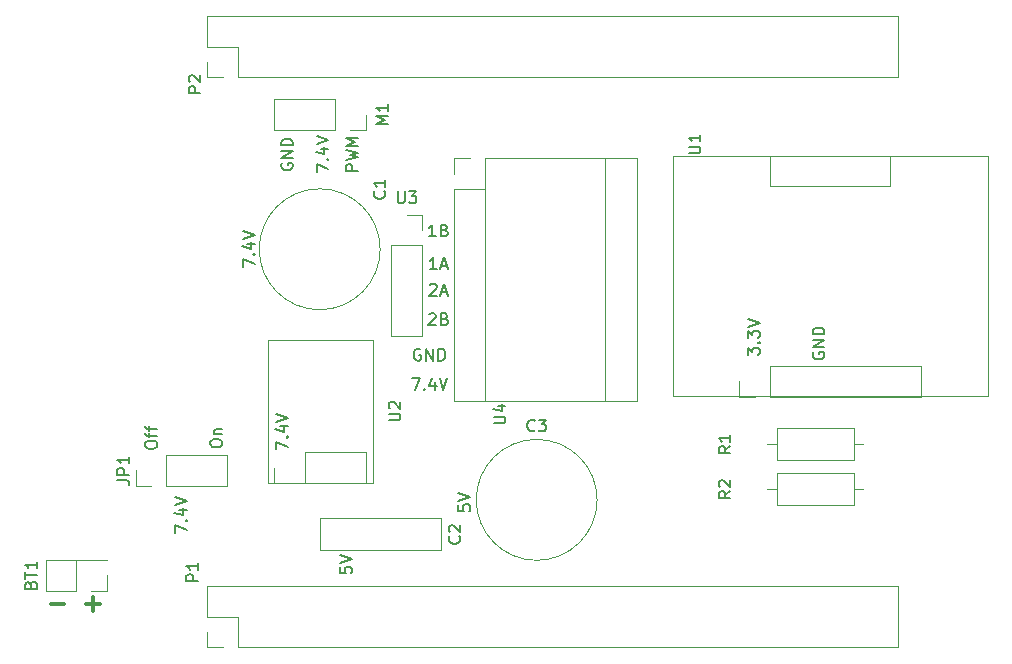
<source format=gto>
%TF.GenerationSoftware,KiCad,Pcbnew,(6.0.9)*%
%TF.CreationDate,2023-01-03T12:12:29-05:00*%
%TF.ProjectId,cape,63617065-2e6b-4696-9361-645f70636258,1.4*%
%TF.SameCoordinates,Original*%
%TF.FileFunction,Legend,Top*%
%TF.FilePolarity,Positive*%
%FSLAX46Y46*%
G04 Gerber Fmt 4.6, Leading zero omitted, Abs format (unit mm)*
G04 Created by KiCad (PCBNEW (6.0.9)) date 2023-01-03 12:12:29*
%MOMM*%
%LPD*%
G01*
G04 APERTURE LIST*
%ADD10C,0.200000*%
%ADD11C,0.300000*%
%ADD12C,0.150000*%
%ADD13C,0.120000*%
%ADD14C,0.100000*%
%ADD15R,1.700000X1.700000*%
%ADD16O,1.700000X1.700000*%
%ADD17C,1.700000*%
%ADD18C,3.200000*%
%ADD19C,1.600000*%
%ADD20O,1.600000X1.600000*%
%ADD21R,1.600000X1.600000*%
G04 APERTURE END LIST*
D10*
X94927142Y-55002380D02*
X94355714Y-55002380D01*
X94641428Y-55002380D02*
X94641428Y-54002380D01*
X94546190Y-54145238D01*
X94450952Y-54240476D01*
X94355714Y-54288095D01*
X95308095Y-54716666D02*
X95784285Y-54716666D01*
X95212857Y-55002380D02*
X95546190Y-54002380D01*
X95879523Y-55002380D01*
X121272380Y-62276190D02*
X121272380Y-61657142D01*
X121653333Y-61990476D01*
X121653333Y-61847619D01*
X121700952Y-61752380D01*
X121748571Y-61704761D01*
X121843809Y-61657142D01*
X122081904Y-61657142D01*
X122177142Y-61704761D01*
X122224761Y-61752380D01*
X122272380Y-61847619D01*
X122272380Y-62133333D01*
X122224761Y-62228571D01*
X122177142Y-62276190D01*
X122177142Y-61228571D02*
X122224761Y-61180952D01*
X122272380Y-61228571D01*
X122224761Y-61276190D01*
X122177142Y-61228571D01*
X122272380Y-61228571D01*
X121272380Y-60847619D02*
X121272380Y-60228571D01*
X121653333Y-60561904D01*
X121653333Y-60419047D01*
X121700952Y-60323809D01*
X121748571Y-60276190D01*
X121843809Y-60228571D01*
X122081904Y-60228571D01*
X122177142Y-60276190D01*
X122224761Y-60323809D01*
X122272380Y-60419047D01*
X122272380Y-60704761D01*
X122224761Y-60800000D01*
X122177142Y-60847619D01*
X121272380Y-59942857D02*
X122272380Y-59609523D01*
X121272380Y-59276190D01*
X78522380Y-54808690D02*
X78522380Y-54142023D01*
X79522380Y-54570595D01*
X79427142Y-53761071D02*
X79474761Y-53713452D01*
X79522380Y-53761071D01*
X79474761Y-53808690D01*
X79427142Y-53761071D01*
X79522380Y-53761071D01*
X78855714Y-52856309D02*
X79522380Y-52856309D01*
X78474761Y-53094404D02*
X79189047Y-53332500D01*
X79189047Y-52713452D01*
X78522380Y-52475357D02*
X79522380Y-52142023D01*
X78522380Y-51808690D01*
X75772380Y-69847619D02*
X75772380Y-69657142D01*
X75820000Y-69561904D01*
X75915238Y-69466666D01*
X76105714Y-69419047D01*
X76439047Y-69419047D01*
X76629523Y-69466666D01*
X76724761Y-69561904D01*
X76772380Y-69657142D01*
X76772380Y-69847619D01*
X76724761Y-69942857D01*
X76629523Y-70038095D01*
X76439047Y-70085714D01*
X76105714Y-70085714D01*
X75915238Y-70038095D01*
X75820000Y-69942857D01*
X75772380Y-69847619D01*
X76105714Y-68990476D02*
X76772380Y-68990476D01*
X76200952Y-68990476D02*
X76153333Y-68942857D01*
X76105714Y-68847619D01*
X76105714Y-68704761D01*
X76153333Y-68609523D01*
X76248571Y-68561904D01*
X76772380Y-68561904D01*
X86772380Y-80240476D02*
X86772380Y-80716666D01*
X87248571Y-80764285D01*
X87200952Y-80716666D01*
X87153333Y-80621428D01*
X87153333Y-80383333D01*
X87200952Y-80288095D01*
X87248571Y-80240476D01*
X87343809Y-80192857D01*
X87581904Y-80192857D01*
X87677142Y-80240476D01*
X87724761Y-80288095D01*
X87772380Y-80383333D01*
X87772380Y-80621428D01*
X87724761Y-80716666D01*
X87677142Y-80764285D01*
X86772380Y-79907142D02*
X87772380Y-79573809D01*
X86772380Y-79240476D01*
X94355714Y-56347619D02*
X94403333Y-56300000D01*
X94498571Y-56252380D01*
X94736666Y-56252380D01*
X94831904Y-56300000D01*
X94879523Y-56347619D01*
X94927142Y-56442857D01*
X94927142Y-56538095D01*
X94879523Y-56680952D01*
X94308095Y-57252380D01*
X94927142Y-57252380D01*
X95308095Y-56966666D02*
X95784285Y-56966666D01*
X95212857Y-57252380D02*
X95546190Y-56252380D01*
X95879523Y-57252380D01*
X84772380Y-46776190D02*
X84772380Y-46109523D01*
X85772380Y-46538095D01*
X85677142Y-45728571D02*
X85724761Y-45680952D01*
X85772380Y-45728571D01*
X85724761Y-45776190D01*
X85677142Y-45728571D01*
X85772380Y-45728571D01*
X85105714Y-44823809D02*
X85772380Y-44823809D01*
X84724761Y-45061904D02*
X85439047Y-45300000D01*
X85439047Y-44680952D01*
X84772380Y-44442857D02*
X85772380Y-44109523D01*
X84772380Y-43776190D01*
X72782380Y-77346190D02*
X72782380Y-76679523D01*
X73782380Y-77108095D01*
X73687142Y-76298571D02*
X73734761Y-76250952D01*
X73782380Y-76298571D01*
X73734761Y-76346190D01*
X73687142Y-76298571D01*
X73782380Y-76298571D01*
X73115714Y-75393809D02*
X73782380Y-75393809D01*
X72734761Y-75631904D02*
X73449047Y-75870000D01*
X73449047Y-75250952D01*
X72782380Y-75012857D02*
X73782380Y-74679523D01*
X72782380Y-74346190D01*
X81820000Y-46061904D02*
X81772380Y-46157142D01*
X81772380Y-46300000D01*
X81820000Y-46442857D01*
X81915238Y-46538095D01*
X82010476Y-46585714D01*
X82200952Y-46633333D01*
X82343809Y-46633333D01*
X82534285Y-46585714D01*
X82629523Y-46538095D01*
X82724761Y-46442857D01*
X82772380Y-46300000D01*
X82772380Y-46204761D01*
X82724761Y-46061904D01*
X82677142Y-46014285D01*
X82343809Y-46014285D01*
X82343809Y-46204761D01*
X82772380Y-45585714D02*
X81772380Y-45585714D01*
X82772380Y-45014285D01*
X81772380Y-45014285D01*
X82772380Y-44538095D02*
X81772380Y-44538095D01*
X81772380Y-44300000D01*
X81820000Y-44157142D01*
X81915238Y-44061904D01*
X82010476Y-44014285D01*
X82200952Y-43966666D01*
X82343809Y-43966666D01*
X82534285Y-44014285D01*
X82629523Y-44061904D01*
X82724761Y-44157142D01*
X82772380Y-44300000D01*
X82772380Y-44538095D01*
X126820000Y-62061904D02*
X126772380Y-62157142D01*
X126772380Y-62300000D01*
X126820000Y-62442857D01*
X126915238Y-62538095D01*
X127010476Y-62585714D01*
X127200952Y-62633333D01*
X127343809Y-62633333D01*
X127534285Y-62585714D01*
X127629523Y-62538095D01*
X127724761Y-62442857D01*
X127772380Y-62300000D01*
X127772380Y-62204761D01*
X127724761Y-62061904D01*
X127677142Y-62014285D01*
X127343809Y-62014285D01*
X127343809Y-62204761D01*
X127772380Y-61585714D02*
X126772380Y-61585714D01*
X127772380Y-61014285D01*
X126772380Y-61014285D01*
X127772380Y-60538095D02*
X126772380Y-60538095D01*
X126772380Y-60300000D01*
X126820000Y-60157142D01*
X126915238Y-60061904D01*
X127010476Y-60014285D01*
X127200952Y-59966666D01*
X127343809Y-59966666D01*
X127534285Y-60014285D01*
X127629523Y-60061904D01*
X127724761Y-60157142D01*
X127772380Y-60300000D01*
X127772380Y-60538095D01*
X92843809Y-64252380D02*
X93510476Y-64252380D01*
X93081904Y-65252380D01*
X93891428Y-65157142D02*
X93939047Y-65204761D01*
X93891428Y-65252380D01*
X93843809Y-65204761D01*
X93891428Y-65157142D01*
X93891428Y-65252380D01*
X94796190Y-64585714D02*
X94796190Y-65252380D01*
X94558095Y-64204761D02*
X94320000Y-64919047D01*
X94939047Y-64919047D01*
X95177142Y-64252380D02*
X95510476Y-65252380D01*
X95843809Y-64252380D01*
X94284285Y-58847619D02*
X94331904Y-58800000D01*
X94427142Y-58752380D01*
X94665238Y-58752380D01*
X94760476Y-58800000D01*
X94808095Y-58847619D01*
X94855714Y-58942857D01*
X94855714Y-59038095D01*
X94808095Y-59180952D01*
X94236666Y-59752380D01*
X94855714Y-59752380D01*
X95617619Y-59228571D02*
X95760476Y-59276190D01*
X95808095Y-59323809D01*
X95855714Y-59419047D01*
X95855714Y-59561904D01*
X95808095Y-59657142D01*
X95760476Y-59704761D01*
X95665238Y-59752380D01*
X95284285Y-59752380D01*
X95284285Y-58752380D01*
X95617619Y-58752380D01*
X95712857Y-58800000D01*
X95760476Y-58847619D01*
X95808095Y-58942857D01*
X95808095Y-59038095D01*
X95760476Y-59133333D01*
X95712857Y-59180952D01*
X95617619Y-59228571D01*
X95284285Y-59228571D01*
X88272380Y-46704761D02*
X87272380Y-46704761D01*
X87272380Y-46323809D01*
X87320000Y-46228571D01*
X87367619Y-46180952D01*
X87462857Y-46133333D01*
X87605714Y-46133333D01*
X87700952Y-46180952D01*
X87748571Y-46228571D01*
X87796190Y-46323809D01*
X87796190Y-46704761D01*
X87272380Y-45800000D02*
X88272380Y-45561904D01*
X87558095Y-45371428D01*
X88272380Y-45180952D01*
X87272380Y-44942857D01*
X88272380Y-44561904D02*
X87272380Y-44561904D01*
X87986666Y-44228571D01*
X87272380Y-43895238D01*
X88272380Y-43895238D01*
X96772380Y-74990476D02*
X96772380Y-75466666D01*
X97248571Y-75514285D01*
X97200952Y-75466666D01*
X97153333Y-75371428D01*
X97153333Y-75133333D01*
X97200952Y-75038095D01*
X97248571Y-74990476D01*
X97343809Y-74942857D01*
X97581904Y-74942857D01*
X97677142Y-74990476D01*
X97724761Y-75038095D01*
X97772380Y-75133333D01*
X97772380Y-75371428D01*
X97724761Y-75466666D01*
X97677142Y-75514285D01*
X96772380Y-74657142D02*
X97772380Y-74323809D01*
X96772380Y-73990476D01*
X93558095Y-61800000D02*
X93462857Y-61752380D01*
X93320000Y-61752380D01*
X93177142Y-61800000D01*
X93081904Y-61895238D01*
X93034285Y-61990476D01*
X92986666Y-62180952D01*
X92986666Y-62323809D01*
X93034285Y-62514285D01*
X93081904Y-62609523D01*
X93177142Y-62704761D01*
X93320000Y-62752380D01*
X93415238Y-62752380D01*
X93558095Y-62704761D01*
X93605714Y-62657142D01*
X93605714Y-62323809D01*
X93415238Y-62323809D01*
X94034285Y-62752380D02*
X94034285Y-61752380D01*
X94605714Y-62752380D01*
X94605714Y-61752380D01*
X95081904Y-62752380D02*
X95081904Y-61752380D01*
X95320000Y-61752380D01*
X95462857Y-61800000D01*
X95558095Y-61895238D01*
X95605714Y-61990476D01*
X95653333Y-62180952D01*
X95653333Y-62323809D01*
X95605714Y-62514285D01*
X95558095Y-62609523D01*
X95462857Y-62704761D01*
X95320000Y-62752380D01*
X95081904Y-62752380D01*
X70272380Y-69966666D02*
X70272380Y-69776190D01*
X70320000Y-69680952D01*
X70415238Y-69585714D01*
X70605714Y-69538095D01*
X70939047Y-69538095D01*
X71129523Y-69585714D01*
X71224761Y-69680952D01*
X71272380Y-69776190D01*
X71272380Y-69966666D01*
X71224761Y-70061904D01*
X71129523Y-70157142D01*
X70939047Y-70204761D01*
X70605714Y-70204761D01*
X70415238Y-70157142D01*
X70320000Y-70061904D01*
X70272380Y-69966666D01*
X70605714Y-69252380D02*
X70605714Y-68871428D01*
X71272380Y-69109523D02*
X70415238Y-69109523D01*
X70320000Y-69061904D01*
X70272380Y-68966666D01*
X70272380Y-68871428D01*
X70605714Y-68680952D02*
X70605714Y-68300000D01*
X71272380Y-68538095D02*
X70415238Y-68538095D01*
X70320000Y-68490476D01*
X70272380Y-68395238D01*
X70272380Y-68300000D01*
X94855714Y-52252380D02*
X94284285Y-52252380D01*
X94570000Y-52252380D02*
X94570000Y-51252380D01*
X94474761Y-51395238D01*
X94379523Y-51490476D01*
X94284285Y-51538095D01*
X95617619Y-51728571D02*
X95760476Y-51776190D01*
X95808095Y-51823809D01*
X95855714Y-51919047D01*
X95855714Y-52061904D01*
X95808095Y-52157142D01*
X95760476Y-52204761D01*
X95665238Y-52252380D01*
X95284285Y-52252380D01*
X95284285Y-51252380D01*
X95617619Y-51252380D01*
X95712857Y-51300000D01*
X95760476Y-51347619D01*
X95808095Y-51442857D01*
X95808095Y-51538095D01*
X95760476Y-51633333D01*
X95712857Y-51680952D01*
X95617619Y-51728571D01*
X95284285Y-51728571D01*
X81319880Y-70276190D02*
X81319880Y-69609523D01*
X82319880Y-70038095D01*
X82224642Y-69228571D02*
X82272261Y-69180952D01*
X82319880Y-69228571D01*
X82272261Y-69276190D01*
X82224642Y-69228571D01*
X82319880Y-69228571D01*
X81653214Y-68323809D02*
X82319880Y-68323809D01*
X81272261Y-68561904D02*
X81986547Y-68800000D01*
X81986547Y-68180952D01*
X81319880Y-67942857D02*
X82319880Y-67609523D01*
X81319880Y-67276190D01*
D11*
X66391428Y-83382857D02*
X65248571Y-83382857D01*
X65820000Y-82811428D02*
X65820000Y-83954285D01*
X63391428Y-83382857D02*
X62248571Y-83382857D01*
D12*
X116274880Y-45204404D02*
X117084404Y-45204404D01*
X117179642Y-45156785D01*
X117227261Y-45109166D01*
X117274880Y-45013928D01*
X117274880Y-44823452D01*
X117227261Y-44728214D01*
X117179642Y-44680595D01*
X117084404Y-44632976D01*
X116274880Y-44632976D01*
X117274880Y-43632976D02*
X117274880Y-44204404D01*
X117274880Y-43918690D02*
X116274880Y-43918690D01*
X116417738Y-44013928D01*
X116512976Y-44109166D01*
X116560595Y-44204404D01*
X74939880Y-40100595D02*
X73939880Y-40100595D01*
X73939880Y-39719642D01*
X73987500Y-39624404D01*
X74035119Y-39576785D01*
X74130357Y-39529166D01*
X74273214Y-39529166D01*
X74368452Y-39576785D01*
X74416071Y-39624404D01*
X74463690Y-39719642D01*
X74463690Y-40100595D01*
X74035119Y-39148214D02*
X73987500Y-39100595D01*
X73939880Y-39005357D01*
X73939880Y-38767261D01*
X73987500Y-38672023D01*
X74035119Y-38624404D01*
X74130357Y-38576785D01*
X74225595Y-38576785D01*
X74368452Y-38624404D01*
X74939880Y-39195833D01*
X74939880Y-38576785D01*
X74755280Y-81400995D02*
X73755280Y-81400995D01*
X73755280Y-81020042D01*
X73802900Y-80924804D01*
X73850519Y-80877185D01*
X73945757Y-80829566D01*
X74088614Y-80829566D01*
X74183852Y-80877185D01*
X74231471Y-80924804D01*
X74279090Y-81020042D01*
X74279090Y-81400995D01*
X74755280Y-79877185D02*
X74755280Y-80448614D01*
X74755280Y-80162900D02*
X73755280Y-80162900D01*
X73898138Y-80258138D01*
X73993376Y-80353376D01*
X74040995Y-80448614D01*
X119814880Y-70009166D02*
X119338690Y-70342500D01*
X119814880Y-70580595D02*
X118814880Y-70580595D01*
X118814880Y-70199642D01*
X118862500Y-70104404D01*
X118910119Y-70056785D01*
X119005357Y-70009166D01*
X119148214Y-70009166D01*
X119243452Y-70056785D01*
X119291071Y-70104404D01*
X119338690Y-70199642D01*
X119338690Y-70580595D01*
X119814880Y-69056785D02*
X119814880Y-69628214D01*
X119814880Y-69342500D02*
X118814880Y-69342500D01*
X118957738Y-69437738D01*
X119052976Y-69532976D01*
X119100595Y-69628214D01*
X99764880Y-68064404D02*
X100574404Y-68064404D01*
X100669642Y-68016785D01*
X100717261Y-67969166D01*
X100764880Y-67873928D01*
X100764880Y-67683452D01*
X100717261Y-67588214D01*
X100669642Y-67540595D01*
X100574404Y-67492976D01*
X99764880Y-67492976D01*
X100098214Y-66588214D02*
X100764880Y-66588214D01*
X99717261Y-66826309D02*
X100431547Y-67064404D01*
X100431547Y-66445357D01*
X96859642Y-77629166D02*
X96907261Y-77676785D01*
X96954880Y-77819642D01*
X96954880Y-77914880D01*
X96907261Y-78057738D01*
X96812023Y-78152976D01*
X96716785Y-78200595D01*
X96526309Y-78248214D01*
X96383452Y-78248214D01*
X96192976Y-78200595D01*
X96097738Y-78152976D01*
X96002500Y-78057738D01*
X95954880Y-77914880D01*
X95954880Y-77819642D01*
X96002500Y-77676785D01*
X96050119Y-77629166D01*
X96050119Y-77248214D02*
X96002500Y-77200595D01*
X95954880Y-77105357D01*
X95954880Y-76867261D01*
X96002500Y-76772023D01*
X96050119Y-76724404D01*
X96145357Y-76676785D01*
X96240595Y-76676785D01*
X96383452Y-76724404D01*
X96954880Y-77295833D01*
X96954880Y-76676785D01*
X103236933Y-68656342D02*
X103189314Y-68703961D01*
X103046457Y-68751580D01*
X102951219Y-68751580D01*
X102808361Y-68703961D01*
X102713123Y-68608723D01*
X102665504Y-68513485D01*
X102617885Y-68323009D01*
X102617885Y-68180152D01*
X102665504Y-67989676D01*
X102713123Y-67894438D01*
X102808361Y-67799200D01*
X102951219Y-67751580D01*
X103046457Y-67751580D01*
X103189314Y-67799200D01*
X103236933Y-67846819D01*
X103570266Y-67751580D02*
X104189314Y-67751580D01*
X103855980Y-68132533D01*
X103998838Y-68132533D01*
X104094076Y-68180152D01*
X104141695Y-68227771D01*
X104189314Y-68323009D01*
X104189314Y-68561104D01*
X104141695Y-68656342D01*
X104094076Y-68703961D01*
X103998838Y-68751580D01*
X103713123Y-68751580D01*
X103617885Y-68703961D01*
X103570266Y-68656342D01*
X67912380Y-72893333D02*
X68626666Y-72893333D01*
X68769523Y-72940952D01*
X68864761Y-73036190D01*
X68912380Y-73179047D01*
X68912380Y-73274285D01*
X68912380Y-72417142D02*
X67912380Y-72417142D01*
X67912380Y-72036190D01*
X67960000Y-71940952D01*
X68007619Y-71893333D01*
X68102857Y-71845714D01*
X68245714Y-71845714D01*
X68340952Y-71893333D01*
X68388571Y-71940952D01*
X68436190Y-72036190D01*
X68436190Y-72417142D01*
X68912380Y-70893333D02*
X68912380Y-71464761D01*
X68912380Y-71179047D02*
X67912380Y-71179047D01*
X68055238Y-71274285D01*
X68150476Y-71369523D01*
X68198095Y-71464761D01*
X90509642Y-48419166D02*
X90557261Y-48466785D01*
X90604880Y-48609642D01*
X90604880Y-48704880D01*
X90557261Y-48847738D01*
X90462023Y-48942976D01*
X90366785Y-48990595D01*
X90176309Y-49038214D01*
X90033452Y-49038214D01*
X89842976Y-48990595D01*
X89747738Y-48942976D01*
X89652500Y-48847738D01*
X89604880Y-48704880D01*
X89604880Y-48609642D01*
X89652500Y-48466785D01*
X89700119Y-48419166D01*
X90604880Y-47466785D02*
X90604880Y-48038214D01*
X90604880Y-47752500D02*
X89604880Y-47752500D01*
X89747738Y-47847738D01*
X89842976Y-47942976D01*
X89890595Y-48038214D01*
X90874880Y-67811904D02*
X91684404Y-67811904D01*
X91779642Y-67764285D01*
X91827261Y-67716666D01*
X91874880Y-67621428D01*
X91874880Y-67430952D01*
X91827261Y-67335714D01*
X91779642Y-67288095D01*
X91684404Y-67240476D01*
X90874880Y-67240476D01*
X90970119Y-66811904D02*
X90922500Y-66764285D01*
X90874880Y-66669047D01*
X90874880Y-66430952D01*
X90922500Y-66335714D01*
X90970119Y-66288095D01*
X91065357Y-66240476D01*
X91160595Y-66240476D01*
X91303452Y-66288095D01*
X91874880Y-66859523D01*
X91874880Y-66240476D01*
X91643095Y-48422380D02*
X91643095Y-49231904D01*
X91690714Y-49327142D01*
X91738333Y-49374761D01*
X91833571Y-49422380D01*
X92024047Y-49422380D01*
X92119285Y-49374761D01*
X92166904Y-49327142D01*
X92214523Y-49231904D01*
X92214523Y-48422380D01*
X92595476Y-48422380D02*
X93214523Y-48422380D01*
X92881190Y-48803333D01*
X93024047Y-48803333D01*
X93119285Y-48850952D01*
X93166904Y-48898571D01*
X93214523Y-48993809D01*
X93214523Y-49231904D01*
X93166904Y-49327142D01*
X93119285Y-49374761D01*
X93024047Y-49422380D01*
X92738333Y-49422380D01*
X92643095Y-49374761D01*
X92595476Y-49327142D01*
X119814880Y-73819166D02*
X119338690Y-74152500D01*
X119814880Y-74390595D02*
X118814880Y-74390595D01*
X118814880Y-74009642D01*
X118862500Y-73914404D01*
X118910119Y-73866785D01*
X119005357Y-73819166D01*
X119148214Y-73819166D01*
X119243452Y-73866785D01*
X119291071Y-73914404D01*
X119338690Y-74009642D01*
X119338690Y-74390595D01*
X118910119Y-73438214D02*
X118862500Y-73390595D01*
X118814880Y-73295357D01*
X118814880Y-73057261D01*
X118862500Y-72962023D01*
X118910119Y-72914404D01*
X119005357Y-72866785D01*
X119100595Y-72866785D01*
X119243452Y-72914404D01*
X119814880Y-73485833D01*
X119814880Y-72866785D01*
X60558571Y-81735714D02*
X60606190Y-81592857D01*
X60653809Y-81545238D01*
X60749047Y-81497619D01*
X60891904Y-81497619D01*
X60987142Y-81545238D01*
X61034761Y-81592857D01*
X61082380Y-81688095D01*
X61082380Y-82069047D01*
X60082380Y-82069047D01*
X60082380Y-81735714D01*
X60130000Y-81640476D01*
X60177619Y-81592857D01*
X60272857Y-81545238D01*
X60368095Y-81545238D01*
X60463333Y-81592857D01*
X60510952Y-81640476D01*
X60558571Y-81735714D01*
X60558571Y-82069047D01*
X60082380Y-81211904D02*
X60082380Y-80640476D01*
X61082380Y-80926190D02*
X60082380Y-80926190D01*
X61082380Y-79783333D02*
X61082380Y-80354761D01*
X61082380Y-80069047D02*
X60082380Y-80069047D01*
X60225238Y-80164285D01*
X60320476Y-80259523D01*
X60368095Y-80354761D01*
X90819880Y-42737023D02*
X89819880Y-42737023D01*
X90534166Y-42403690D01*
X89819880Y-42070357D01*
X90819880Y-42070357D01*
X90819880Y-41070357D02*
X90819880Y-41641785D01*
X90819880Y-41356071D02*
X89819880Y-41356071D01*
X89962738Y-41451309D01*
X90057976Y-41546547D01*
X90105595Y-41641785D01*
D13*
X123172500Y-65845000D02*
X135932500Y-65845000D01*
X121902500Y-65845000D02*
X120572500Y-65845000D01*
X120572500Y-65845000D02*
X120572500Y-64515000D01*
X123172500Y-65845000D02*
X123172500Y-63185000D01*
X135932500Y-65845000D02*
X135932500Y-63185000D01*
X123172500Y-63185000D02*
X135932500Y-63185000D01*
D14*
X114917500Y-65785000D02*
X141587500Y-65785000D01*
X141587500Y-65785000D02*
X141587500Y-45465000D01*
X141587500Y-45465000D02*
X114917500Y-45465000D01*
X114917500Y-45465000D02*
X114917500Y-65785000D01*
D13*
X123172500Y-48005000D02*
X133332500Y-48005000D01*
X133332500Y-48005000D02*
X133332500Y-45465000D01*
X133332500Y-45465000D02*
X123172500Y-45465000D01*
X123172500Y-45465000D02*
X123172500Y-48005000D01*
X76817500Y-38787500D02*
X75487500Y-38787500D01*
X75487500Y-36187500D02*
X75487500Y-33587500D01*
X75487500Y-38787500D02*
X75487500Y-37457500D01*
X75487500Y-33587500D02*
X134027500Y-33587500D01*
X134027500Y-38787500D02*
X134027500Y-33587500D01*
X78087500Y-36187500D02*
X75487500Y-36187500D01*
X78087500Y-38787500D02*
X78087500Y-36187500D01*
X78087500Y-38787500D02*
X134027500Y-38787500D01*
X134027500Y-87047500D02*
X134027500Y-81847500D01*
X75487500Y-87047500D02*
X75487500Y-85717500D01*
X75487500Y-84447500D02*
X75487500Y-81847500D01*
X75487500Y-81847500D02*
X134027500Y-81847500D01*
X78087500Y-87047500D02*
X78087500Y-84447500D01*
X78087500Y-84447500D02*
X75487500Y-84447500D01*
X78087500Y-87047500D02*
X134027500Y-87047500D01*
X76817500Y-87047500D02*
X75487500Y-87047500D01*
X123712500Y-68472500D02*
X123712500Y-71212500D01*
X123712500Y-71212500D02*
X130252500Y-71212500D01*
X130252500Y-71212500D02*
X130252500Y-68472500D01*
X122942500Y-69842500D02*
X123712500Y-69842500D01*
X131022500Y-69842500D02*
X130252500Y-69842500D01*
X130252500Y-68472500D02*
X123712500Y-68472500D01*
X97782500Y-45582500D02*
X96382500Y-45582500D01*
X99052500Y-45582500D02*
X99052500Y-48252500D01*
X99052500Y-48252500D02*
X96382500Y-48252500D01*
X96382500Y-66162500D02*
X111882500Y-66162500D01*
X96382500Y-45582500D02*
X96382500Y-46982500D01*
X111882500Y-45582500D02*
X99052500Y-45582500D01*
X96382500Y-48252500D02*
X96382500Y-66162500D01*
X109212500Y-45582500D02*
X109212500Y-66162500D01*
X99052500Y-48252500D02*
X99052500Y-66162500D01*
X111882500Y-66162500D02*
X111882500Y-45582500D01*
X95272500Y-76092500D02*
X95272500Y-78832500D01*
X85032500Y-76092500D02*
X95272500Y-76092500D01*
X85032500Y-78832500D02*
X95272500Y-78832500D01*
X85032500Y-76092500D02*
X85032500Y-78832500D01*
X108523600Y-74549200D02*
G75*
G03*
X108523600Y-74549200I-5120000J0D01*
G01*
X72060000Y-73390000D02*
X72060000Y-70730000D01*
X72060000Y-73390000D02*
X77200000Y-73390000D01*
X77200000Y-73390000D02*
X77200000Y-70730000D01*
X70790000Y-73390000D02*
X69460000Y-73390000D01*
X69460000Y-73390000D02*
X69460000Y-72060000D01*
X72060000Y-70730000D02*
X77200000Y-70730000D01*
X90152500Y-53332500D02*
G75*
G03*
X90152500Y-53332500I-5120000J0D01*
G01*
X83802500Y-73160000D02*
X83802500Y-70500000D01*
X81202500Y-73160000D02*
X81202500Y-71830000D01*
X88942500Y-73160000D02*
X88942500Y-70500000D01*
X83802500Y-73160000D02*
X88942500Y-73160000D01*
X82532500Y-73160000D02*
X81202500Y-73160000D01*
X83802500Y-70500000D02*
X88942500Y-70500000D01*
D14*
X80622500Y-73100000D02*
X89522500Y-73100000D01*
X89522500Y-73100000D02*
X89522500Y-61000000D01*
X89522500Y-61000000D02*
X80622500Y-61000000D01*
X80622500Y-61000000D02*
X80622500Y-73100000D01*
D13*
X91075000Y-53010000D02*
X91075000Y-60690000D01*
X91075000Y-53010000D02*
X93735000Y-53010000D01*
X93735000Y-53010000D02*
X93735000Y-60690000D01*
X91075000Y-60690000D02*
X93735000Y-60690000D01*
X92405000Y-50410000D02*
X93735000Y-50410000D01*
X93735000Y-50410000D02*
X93735000Y-51740000D01*
X130252500Y-75022500D02*
X130252500Y-72282500D01*
X131022500Y-73652500D02*
X130252500Y-73652500D01*
X123712500Y-75022500D02*
X130252500Y-75022500D01*
X123712500Y-72282500D02*
X123712500Y-75022500D01*
X130252500Y-72282500D02*
X123712500Y-72282500D01*
X122942500Y-73652500D02*
X123712500Y-73652500D01*
X67040000Y-82280000D02*
X65710000Y-82280000D01*
X61840000Y-82280000D02*
X61840000Y-79620000D01*
X67040000Y-79620000D02*
X61840000Y-79620000D01*
X64440000Y-82280000D02*
X61840000Y-82280000D01*
X67040000Y-80950000D02*
X67040000Y-82280000D01*
X64440000Y-79680000D02*
X64440000Y-82280000D01*
X67040000Y-79680000D02*
X67040000Y-79620000D01*
X67040000Y-79680000D02*
X64440000Y-79680000D01*
X81187500Y-40597500D02*
X81187500Y-43257500D01*
X86327500Y-40597500D02*
X81187500Y-40597500D01*
X86327500Y-40597500D02*
X86327500Y-43257500D01*
X88927500Y-41927500D02*
X88927500Y-43257500D01*
X88927500Y-43257500D02*
X87597500Y-43257500D01*
X86327500Y-43257500D02*
X81187500Y-43257500D01*
%LPC*%
D15*
X121902500Y-64515000D03*
D16*
X124442500Y-64515000D03*
X126982500Y-64515000D03*
X129522500Y-64515000D03*
X132062500Y-64515000D03*
X134602500Y-64515000D03*
D17*
X124442500Y-46735000D03*
X126982500Y-46735000D03*
X129522500Y-46735000D03*
X132062500Y-46735000D03*
D15*
X76817500Y-37457500D03*
D16*
X76817500Y-34917500D03*
X79357500Y-37457500D03*
X79357500Y-34917500D03*
X81897500Y-37457500D03*
X81897500Y-34917500D03*
X84437500Y-37457500D03*
X84437500Y-34917500D03*
X86977500Y-37457500D03*
X86977500Y-34917500D03*
X89517500Y-37457500D03*
X89517500Y-34917500D03*
X92057500Y-37457500D03*
X92057500Y-34917500D03*
X94597500Y-37457500D03*
X94597500Y-34917500D03*
X97137500Y-37457500D03*
X97137500Y-34917500D03*
X99677500Y-37457500D03*
X99677500Y-34917500D03*
X102217500Y-37457500D03*
X102217500Y-34917500D03*
X104757500Y-37457500D03*
X104757500Y-34917500D03*
X107297500Y-37457500D03*
X107297500Y-34917500D03*
X109837500Y-37457500D03*
X109837500Y-34917500D03*
X112377500Y-37457500D03*
X112377500Y-34917500D03*
X114917500Y-37457500D03*
X114917500Y-34917500D03*
X117457500Y-37457500D03*
X117457500Y-34917500D03*
X119997500Y-37457500D03*
X119997500Y-34917500D03*
X122537500Y-37457500D03*
X122537500Y-34917500D03*
X125077500Y-37457500D03*
X125077500Y-34917500D03*
X127617500Y-37457500D03*
X127617500Y-34917500D03*
X130157500Y-37457500D03*
X130157500Y-34917500D03*
X132697500Y-37457500D03*
X132697500Y-34917500D03*
D15*
X76817500Y-85717500D03*
D16*
X76817500Y-83177500D03*
X79357500Y-85717500D03*
X79357500Y-83177500D03*
X81897500Y-85717500D03*
X81897500Y-83177500D03*
X84437500Y-85717500D03*
X84437500Y-83177500D03*
X86977500Y-85717500D03*
X86977500Y-83177500D03*
X89517500Y-85717500D03*
X89517500Y-83177500D03*
X92057500Y-85717500D03*
X92057500Y-83177500D03*
X94597500Y-85717500D03*
X94597500Y-83177500D03*
X97137500Y-85717500D03*
X97137500Y-83177500D03*
X99677500Y-85717500D03*
X99677500Y-83177500D03*
X102217500Y-85717500D03*
X102217500Y-83177500D03*
X104757500Y-85717500D03*
X104757500Y-83177500D03*
X107297500Y-85717500D03*
X107297500Y-83177500D03*
X109837500Y-85717500D03*
X109837500Y-83177500D03*
X112377500Y-85717500D03*
X112377500Y-83177500D03*
X114917500Y-85717500D03*
X114917500Y-83177500D03*
X117457500Y-85717500D03*
X117457500Y-83177500D03*
X119997500Y-85717500D03*
X119997500Y-83177500D03*
X122537500Y-85717500D03*
X122537500Y-83177500D03*
X125077500Y-85717500D03*
X125077500Y-83177500D03*
X127617500Y-85717500D03*
X127617500Y-83177500D03*
X130157500Y-85717500D03*
X130157500Y-83177500D03*
X132697500Y-85717500D03*
X132697500Y-83177500D03*
D18*
X137777500Y-39362500D03*
D19*
X121902500Y-69842500D03*
D20*
X132062500Y-69842500D03*
D21*
X97782500Y-46982500D03*
D20*
X97782500Y-49522500D03*
X97782500Y-52062500D03*
X97782500Y-54602500D03*
X97782500Y-57142500D03*
X97782500Y-59682500D03*
X97782500Y-62222500D03*
X97782500Y-64762500D03*
X110482500Y-64762500D03*
X110482500Y-62222500D03*
X110482500Y-59682500D03*
X110482500Y-57142500D03*
X110482500Y-54602500D03*
X110482500Y-52062500D03*
X110482500Y-49522500D03*
X110482500Y-46982500D03*
D19*
X87652500Y-77462500D03*
X92652500Y-77462500D03*
D18*
X137777500Y-81272500D03*
X71737500Y-36187500D03*
D19*
X100903600Y-74549200D03*
X105903600Y-74549200D03*
D15*
X70790000Y-72060000D03*
D16*
X73330000Y-72060000D03*
X75870000Y-72060000D03*
D19*
X82532500Y-53332500D03*
X87532500Y-53332500D03*
D15*
X82532500Y-71830000D03*
D16*
X85072500Y-71830000D03*
X87612500Y-71830000D03*
D15*
X92405000Y-51740000D03*
D16*
X92405000Y-54280000D03*
X92405000Y-56820000D03*
X92405000Y-59360000D03*
D19*
X121902500Y-73652500D03*
D20*
X132062500Y-73652500D03*
D18*
X71737500Y-84447500D03*
D15*
X65710000Y-80950000D03*
D16*
X63170000Y-80950000D03*
D15*
X87597500Y-41927500D03*
D16*
X85057500Y-41927500D03*
X82517500Y-41927500D03*
M02*

</source>
